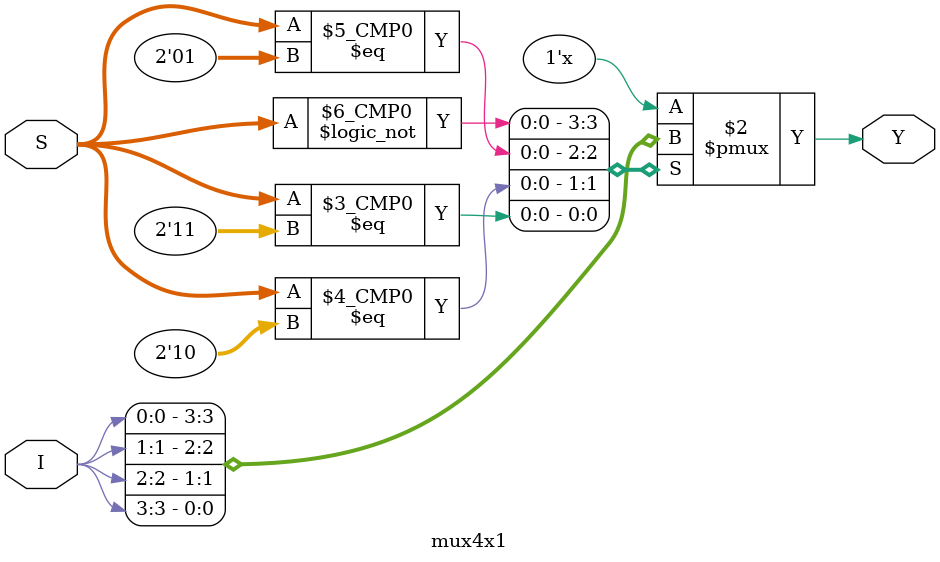
<source format=v>
module mux4x1(
	output reg Y,
	input [3:0] I,
	input [1:0] S);
	
	
	always @({S,I})
	   case({S[1],S[0]})
	       2'b00: Y=I[0];
	       2'b01: Y=I[1];
	       2'b10: Y=I[2];
	       2'b11: Y=I[3];
	   endcase
	
endmodule

</source>
